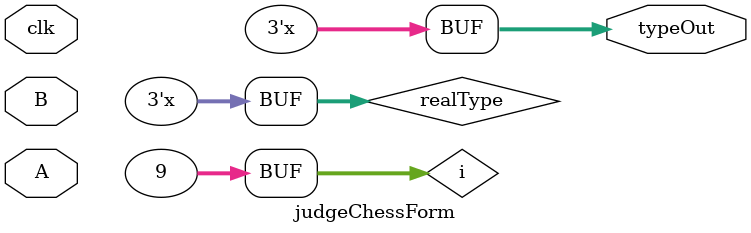
<source format=v>
`timescale 1ns / 1ps
module judgeChessForm(input wire clk,input wire	[8:0]A,input wire [8:0]B,output wire [2:0]typeOut);

integer cnt,addLeft,addRight,zeroLeft,zeroRight,zeroComplementLeft,zeroComplementRight,mark;
integer i;


reg [2:0] type;

initial begin
	type<=0;
end 

reg [2:0] realType;
assign typeOut=realType;

always @ (*)
begin
	realType<=type;
	/*cnt<=1;
	addLeft<=0;
	addRight<=0;
	zeroLeft<=0;
	zeroRight<=0;
	zeroComplementLeft<=0;
	zeroComplementRight<=0;
	mark<=0;
	*/
	cnt=1;
	addLeft=0;
	addRight=0;
	zeroLeft=0;
	zeroRight=0;
	zeroComplementLeft=0;
	zeroComplementRight=0;
	mark=0;
	
	for(i=3;i>=0;i=i-1)
	begin
		if(mark==0)
			begin
				if(A[i]==0)
					begin
						if(B[i]==0)
							begin
								mark=1;
								zeroLeft=1;
							end
						else mark=3;
					end
				else cnt=cnt+1;
			end
		else if(mark==1)
			begin
				if(A[i]==0&&B[i]==0)zeroLeft=zeroLeft+1;
				else if(A[i]==1)
					begin
						addLeft=1;
						mark=2;
					end
				else mark=3;
			end
		else if(mark==2)
			begin
				if(A[i]==1)addLeft=addLeft+1;				
				else 
					begin
						if(B[i]==0)
							begin
								zeroComplementLeft=1;
								mark=4;
							end
						else mark=3;
					end
			end
		else if(mark==4)
			begin
				if(A[i]==0&&B[i]==0)zeroComplementLeft=zeroComplementLeft+1;
				else mark=3;
			end
	end
	
	mark=0;
	for(i=5;i<=8;i=i+1)
	begin
		if(mark==0)
			begin
				if(A[i]==0)
					begin
						if(B[i]==0)
							begin
								mark=1;
								zeroRight=1;
							end
						else mark=3;
					end
				else cnt=cnt+1;
			end
		else if(mark==1)
			begin
				if(A[i]==0&&B[i]==0)zeroRight=zeroRight+1;
				else if(A[i]==1)
					begin
						addRight=1;
						mark=2;
					end
				else mark=3;
			end
		else if(mark==2)
			begin
				if(A[i]==1)addRight=addRight+1;				
				else 
					begin
						if(B[i]==0)
							begin
								zeroComplementRight=1;
								mark=4;
							end
						else mark=3;
					end
			end
		else if(mark==4)
			begin
				if(A[i]==0&&B[i]==0)zeroComplementRight=zeroComplementRight+1;
				else mark=3;
			end
	end
	
	
	if(cnt==5)type<=7;
	else if(cnt==4)
		begin
			if(zeroLeft>=1&&zeroRight>=1)type<=6;
			else if(zeroLeft+zeroRight>=1)type<=5;
			else type<=0;
		end	
	else if(cnt==3)
		begin
			if((zeroLeft==1&&addLeft>=1)||(zeroRight==1&&addRight>=1))type<=5;
			else if(zeroLeft+zeroRight<=1)type<=0;
			else if(zeroLeft==0||zeroRight==0)type<=3;
			else if(zeroLeft+zeroRight==2)type<=3;
			else if(zeroLeft+zeroRight>=3)type<=4;
		end
	else if(cnt==2)
		begin
			if((zeroLeft==1&&addLeft>=2)||(zeroRight==1&&addRight>=2))type<=5;
			else if(zeroLeft==1&&addLeft==1)
				begin
					if(zeroRight+zeroComplementLeft==0)type<=0;
					else if(zeroRight==0||zeroComplementLeft==0)type<=3;
					else if(zeroRight+zeroComplementLeft>=2)type<=4;
				end
			else if(zeroRight==1&&addRight==1)
				begin
					if(zeroLeft+zeroComplementRight==0)type<=0;
					else if(zeroLeft==0||zeroComplementRight==0)type<=3;
					else if(zeroLeft+zeroComplementRight>=2)type<=4;
				end
			else if((zeroLeft==2&&addLeft>=1)||(zeroRight==2&&addRight>=1))type<=3;
			else if(zeroLeft==0||zeroRight==0)type<=1;
			else if(zeroLeft+zeroRight>=4)type<=2;
			else if(zeroLeft+zeroRight<3)type<=0;
			else if(zeroLeft+zeroRight==3)type<=1;
		end
	else if(cnt==1)
		begin
			if((zeroLeft==1&&addLeft>=3)||(zeroRight==1&&addRight>=3))type<=5;
			else if(zeroLeft==1&&addLeft>=2)
				begin
					if(zeroRight+zeroComplementLeft==0)type<=0;
					else if(zeroRight==0||zeroComplementLeft==0)type<=3;
					else type<=4;
				end
			else if(zeroRight==1&&addRight>=2)
				begin
					if(zeroLeft+zeroComplementRight==0)type<=0;
					else if(zeroLeft==0||zeroComplementRight==0)type<=3;
					else type<=4;
				end
			else if((zeroLeft==2&&addLeft>=2)||(zeroRight==2&&addRight>=2))type<=3;
			else if(zeroLeft==1&&zeroRight==1&&addLeft>=1&&addRight>=1)type<=3;
			else if((A[4:0]==21&&B[4:0]==0)||(A[8:4]==21&&B[8:4]==0))type<=3;
			else if(zeroLeft==1&&addLeft==1)
				begin
					if(zeroComplementLeft+zeroRight<2)type<=0;
					else if(zeroComplementLeft==0||zeroRight==0)type<=1;
					else if(zeroComplementLeft+zeroRight==2)type<=1;
					else type<=2;
				end
			else if(zeroRight==1&&addRight==1)
				begin
					if(zeroComplementRight+zeroLeft<2)type<=0;
					else if(zeroComplementRight==0||zeroLeft==0)type<=1;
					else if(zeroComplementRight+zeroLeft==2)type<=1;
					else type<=2;
				end
			else if(zeroLeft==2&&addLeft==1)
				begin
					if(zeroComplementLeft+zeroRight==0)type<=0;
					else if(zeroComplementLeft==0||zeroRight==0)type<=1;
					else type<=2;
				end
			else if(zeroRight==2&&addRight==1)
				begin
					if(zeroComplementRight+zeroLeft==0)type<=0;
					else if(zeroComplementRight==0||zeroLeft==0)type<=1;
					else type<=2;
				end
			else if((zeroLeft==3&&addLeft==1)||(zeroRight==3&&addRight==1))type<=1;
			else type<=0;
		end
end



endmodule

</source>
